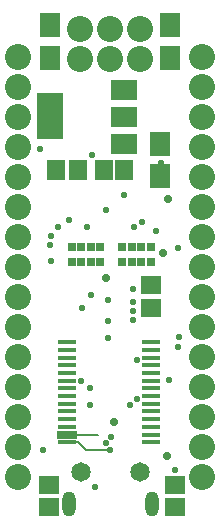
<source format=gbr>
%TF.GenerationSoftware,Altium Limited,Altium Designer,19.1.8 (144)*%
G04 Layer_Color=16711935*
%FSLAX26Y26*%
%MOIN*%
%TF.FileFunction,Soldermask,Bot*%
%TF.Part,Single*%
G01*
G75*
%TA.AperFunction,Conductor*%
%ADD20C,0.008000*%
%TA.AperFunction,SMDPad,CuDef*%
%ADD32R,0.059500X0.017000*%
%ADD46R,0.070992X0.059181*%
%ADD47R,0.067500X0.025000*%
%ADD48R,0.027685X0.031622*%
%ADD49R,0.059181X0.070992*%
%ADD50R,0.087000X0.067000*%
%ADD51R,0.087000X0.158000*%
%ADD52R,0.067055X0.084772*%
%TA.AperFunction,ConnectorPad*%
%ADD53R,0.067055X0.084772*%
%TA.AperFunction,SMDPad,CuDef*%
%ADD54R,0.059181X0.067055*%
%TA.AperFunction,ComponentPad*%
%ADD55C,0.039496*%
%ADD56C,0.086740*%
%ADD57C,0.065087*%
%ADD58O,0.045402X0.082803*%
%TA.AperFunction,ViaPad*%
%ADD59C,0.023000*%
%ADD60C,0.028000*%
D20*
X192425Y261427D02*
X295049D01*
X257295Y209055D02*
X337275D01*
X230513Y235837D02*
X257295Y209055D01*
X192425Y235837D02*
X230513D01*
D32*
X192425Y568513D02*
D03*
Y542923D02*
D03*
Y517333D02*
D03*
Y491741D02*
D03*
Y466151D02*
D03*
Y440561D02*
D03*
Y414971D02*
D03*
Y389379D02*
D03*
Y363789D02*
D03*
Y338199D02*
D03*
Y312609D02*
D03*
Y287017D02*
D03*
Y235837D02*
D03*
X471925D02*
D03*
Y261427D02*
D03*
Y287017D02*
D03*
Y312609D02*
D03*
Y338199D02*
D03*
Y363789D02*
D03*
Y389379D02*
D03*
Y414971D02*
D03*
Y440561D02*
D03*
Y466151D02*
D03*
Y491741D02*
D03*
Y517333D02*
D03*
Y542923D02*
D03*
Y568513D02*
D03*
D46*
X131175Y93577D02*
D03*
Y18773D02*
D03*
X553175Y93577D02*
D03*
Y18773D02*
D03*
X471521Y683921D02*
D03*
Y758725D02*
D03*
D47*
X192425Y261427D02*
D03*
D48*
X377033Y836605D02*
D03*
X408529D02*
D03*
X440025D02*
D03*
X471521D02*
D03*
X377033Y885605D02*
D03*
X408529D02*
D03*
X440025D02*
D03*
X471521D02*
D03*
X303671D02*
D03*
X272175D02*
D03*
X240679D02*
D03*
X209183D02*
D03*
X303671Y836605D02*
D03*
X272175D02*
D03*
X240679D02*
D03*
X209183D02*
D03*
D49*
X154773Y1142175D02*
D03*
X229577D02*
D03*
D50*
X383865Y1410825D02*
D03*
Y1320825D02*
D03*
Y1230825D02*
D03*
D51*
X135865Y1321825D02*
D03*
D52*
X502175Y1230825D02*
D03*
Y1122557D02*
D03*
D53*
X537175Y1518041D02*
D03*
Y1626309D02*
D03*
X137175Y1518041D02*
D03*
Y1626309D02*
D03*
D54*
X314967Y1142175D02*
D03*
X383865D02*
D03*
D55*
X115443Y1371387D02*
D03*
Y1322175D02*
D03*
Y1272963D02*
D03*
X154813D02*
D03*
Y1322175D02*
D03*
Y1371387D02*
D03*
D56*
X437175Y1513175D02*
D03*
X337175D02*
D03*
X237175D02*
D03*
X437175Y1613175D02*
D03*
X337175D02*
D03*
X237175D02*
D03*
X644175Y1521323D02*
D03*
Y1421323D02*
D03*
Y1321323D02*
D03*
Y1221323D02*
D03*
Y1121323D02*
D03*
Y1021323D02*
D03*
Y921323D02*
D03*
Y821323D02*
D03*
Y721323D02*
D03*
Y621323D02*
D03*
Y521323D02*
D03*
Y421323D02*
D03*
Y321323D02*
D03*
Y221323D02*
D03*
Y121323D02*
D03*
X30175Y1521323D02*
D03*
Y1421323D02*
D03*
Y1321323D02*
D03*
Y1221323D02*
D03*
Y1121323D02*
D03*
Y1021323D02*
D03*
Y921323D02*
D03*
Y821323D02*
D03*
Y721323D02*
D03*
Y621323D02*
D03*
Y521323D02*
D03*
Y421323D02*
D03*
Y321323D02*
D03*
Y221323D02*
D03*
Y121323D02*
D03*
D57*
X238749Y136175D02*
D03*
X435601D02*
D03*
D58*
X199379Y29875D02*
D03*
X474971D02*
D03*
D59*
X113175Y210175D02*
D03*
X287175Y87175D02*
D03*
X322620Y233856D02*
D03*
X507175Y1166175D02*
D03*
X102175Y1212175D02*
D03*
X275175Y1193175D02*
D03*
X330175Y711423D02*
D03*
X330175Y639175D02*
D03*
X328175Y583175D02*
D03*
X138175Y840175D02*
D03*
X241175Y684175D02*
D03*
X271175Y727175D02*
D03*
X531175Y444175D02*
D03*
X412175Y642175D02*
D03*
X137175Y892175D02*
D03*
X383175Y1061175D02*
D03*
X340175Y254175D02*
D03*
X337275Y209055D02*
D03*
X322175Y1009175D02*
D03*
X562175Y882070D02*
D03*
X412175Y702175D02*
D03*
Y672175D02*
D03*
X413491Y747175D02*
D03*
X424675Y379985D02*
D03*
X140911Y921493D02*
D03*
X163183Y951894D02*
D03*
X200771Y976894D02*
D03*
X424675Y508183D02*
D03*
X268175Y360195D02*
D03*
X401423D02*
D03*
X270587Y414971D02*
D03*
X240685Y441442D02*
D03*
X567109Y586794D02*
D03*
X562175Y552175D02*
D03*
X441775Y970610D02*
D03*
X488897Y938968D02*
D03*
X416652Y953435D02*
D03*
X259758D02*
D03*
X553175Y144376D02*
D03*
D60*
X544004Y1530660D02*
D03*
X322175Y783175D02*
D03*
X350175Y304175D02*
D03*
X527175Y190175D02*
D03*
X530175Y1045175D02*
D03*
X511175Y867175D02*
D03*
%TF.MD5,32ea4a725d432f8acfb5c35b21412623*%
M02*

</source>
